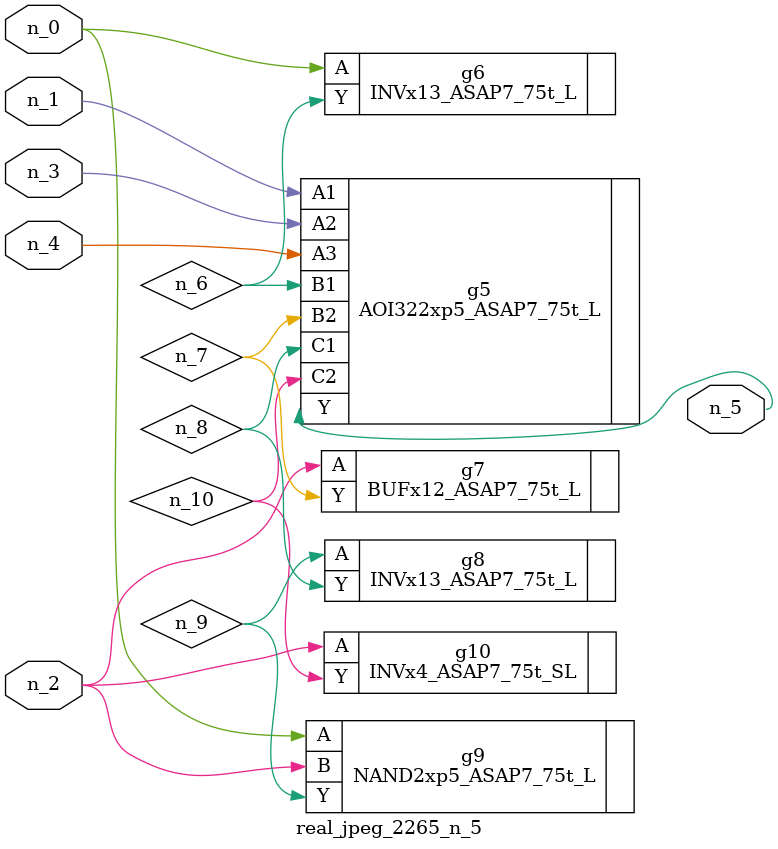
<source format=v>
module real_jpeg_2265_n_5 (n_4, n_0, n_1, n_2, n_3, n_5);

input n_4;
input n_0;
input n_1;
input n_2;
input n_3;

output n_5;

wire n_8;
wire n_6;
wire n_7;
wire n_10;
wire n_9;

INVx13_ASAP7_75t_L g6 ( 
.A(n_0),
.Y(n_6)
);

NAND2xp5_ASAP7_75t_L g9 ( 
.A(n_0),
.B(n_2),
.Y(n_9)
);

AOI322xp5_ASAP7_75t_L g5 ( 
.A1(n_1),
.A2(n_3),
.A3(n_4),
.B1(n_6),
.B2(n_7),
.C1(n_8),
.C2(n_10),
.Y(n_5)
);

BUFx12_ASAP7_75t_L g7 ( 
.A(n_2),
.Y(n_7)
);

INVx4_ASAP7_75t_SL g10 ( 
.A(n_2),
.Y(n_10)
);

INVx13_ASAP7_75t_L g8 ( 
.A(n_9),
.Y(n_8)
);


endmodule
</source>
